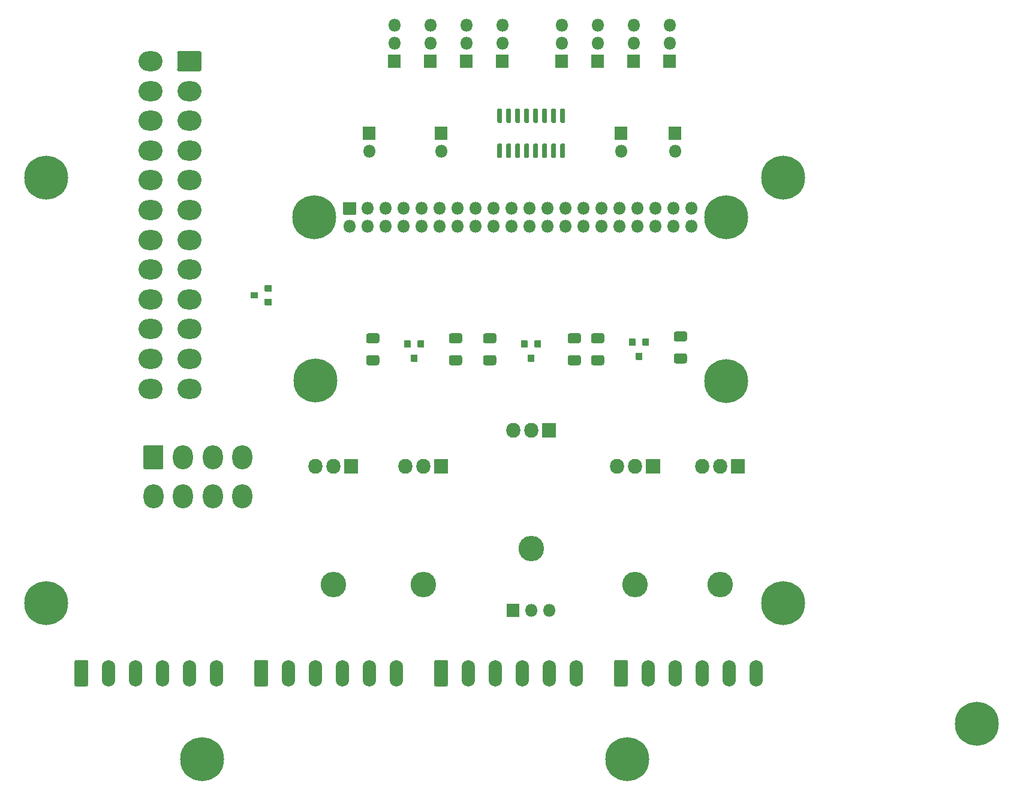
<source format=gbr>
G04 #@! TF.GenerationSoftware,KiCad,Pcbnew,5.1.8*
G04 #@! TF.CreationDate,2021-01-05T23:40:21+00:00*
G04 #@! TF.ProjectId,TheSun2,54686553-756e-4322-9e6b-696361645f70,1.0.8*
G04 #@! TF.SameCoordinates,Original*
G04 #@! TF.FileFunction,Soldermask,Top*
G04 #@! TF.FilePolarity,Negative*
%FSLAX46Y46*%
G04 Gerber Fmt 4.6, Leading zero omitted, Abs format (unit mm)*
G04 Created by KiCad (PCBNEW 5.1.8) date 2021-01-05 23:40:21*
%MOMM*%
%LPD*%
G01*
G04 APERTURE LIST*
%ADD10C,6.200000*%
%ADD11O,3.402000X2.802000*%
%ADD12O,2.802000X3.402000*%
%ADD13O,1.902000X3.702000*%
%ADD14O,1.802000X1.802000*%
%ADD15O,2.007000X2.102000*%
%ADD16O,3.602000X3.602000*%
%ADD17C,0.100000*%
G04 APERTURE END LIST*
D10*
X252000000Y-50000000D03*
X252000000Y-110000000D03*
X148000000Y-110000000D03*
X148000000Y-50000000D03*
X230000000Y-132000000D03*
X170000000Y-132000000D03*
X279400000Y-127000000D03*
D11*
X162680000Y-79760000D03*
X162680000Y-75560000D03*
X162680000Y-71360000D03*
X162680000Y-67160000D03*
X162680000Y-62960000D03*
X162680000Y-58760000D03*
X162680000Y-54560000D03*
X162680000Y-50360000D03*
X162680000Y-46160000D03*
X162680000Y-41960000D03*
X162680000Y-37760000D03*
X162680000Y-33560000D03*
X168180000Y-79760000D03*
X168180000Y-75560000D03*
X168180000Y-71360000D03*
X168180000Y-67160000D03*
X168180000Y-62960000D03*
X168180000Y-58760000D03*
X168180000Y-54560000D03*
X168180000Y-50360000D03*
X168180000Y-46160000D03*
X168180000Y-41960000D03*
X168180000Y-37760000D03*
G36*
G01*
X166738445Y-32159000D02*
X169621555Y-32159000D01*
G75*
G02*
X169881000Y-32418445I0J-259445D01*
G01*
X169881000Y-34701555D01*
G75*
G02*
X169621555Y-34961000I-259445J0D01*
G01*
X166738445Y-34961000D01*
G75*
G02*
X166479000Y-34701555I0J259445D01*
G01*
X166479000Y-32418445D01*
G75*
G02*
X166738445Y-32159000I259445J0D01*
G01*
G37*
G36*
G01*
X199530000Y-74953000D02*
X200330000Y-74953000D01*
G75*
G02*
X200381000Y-75004000I0J-51000D01*
G01*
X200381000Y-75904000D01*
G75*
G02*
X200330000Y-75955000I-51000J0D01*
G01*
X199530000Y-75955000D01*
G75*
G02*
X199479000Y-75904000I0J51000D01*
G01*
X199479000Y-75004000D01*
G75*
G02*
X199530000Y-74953000I51000J0D01*
G01*
G37*
G36*
G01*
X198580000Y-72953000D02*
X199380000Y-72953000D01*
G75*
G02*
X199431000Y-73004000I0J-51000D01*
G01*
X199431000Y-73904000D01*
G75*
G02*
X199380000Y-73955000I-51000J0D01*
G01*
X198580000Y-73955000D01*
G75*
G02*
X198529000Y-73904000I0J51000D01*
G01*
X198529000Y-73004000D01*
G75*
G02*
X198580000Y-72953000I51000J0D01*
G01*
G37*
G36*
G01*
X200480000Y-72953000D02*
X201280000Y-72953000D01*
G75*
G02*
X201331000Y-73004000I0J-51000D01*
G01*
X201331000Y-73904000D01*
G75*
G02*
X201280000Y-73955000I-51000J0D01*
G01*
X200480000Y-73955000D01*
G75*
G02*
X200429000Y-73904000I0J51000D01*
G01*
X200429000Y-73004000D01*
G75*
G02*
X200480000Y-72953000I51000J0D01*
G01*
G37*
G36*
G01*
X193431615Y-75049000D02*
X194744385Y-75049000D01*
G75*
G02*
X195014000Y-75318615I0J-269615D01*
G01*
X195014000Y-76181385D01*
G75*
G02*
X194744385Y-76451000I-269615J0D01*
G01*
X193431615Y-76451000D01*
G75*
G02*
X193162000Y-76181385I0J269615D01*
G01*
X193162000Y-75318615D01*
G75*
G02*
X193431615Y-75049000I269615J0D01*
G01*
G37*
G36*
G01*
X193431615Y-71949000D02*
X194744385Y-71949000D01*
G75*
G02*
X195014000Y-72218615I0J-269615D01*
G01*
X195014000Y-73081385D01*
G75*
G02*
X194744385Y-73351000I-269615J0D01*
G01*
X193431615Y-73351000D01*
G75*
G02*
X193162000Y-73081385I0J269615D01*
G01*
X193162000Y-72218615D01*
G75*
G02*
X193431615Y-71949000I269615J0D01*
G01*
G37*
G36*
G01*
X206428385Y-73351000D02*
X205115615Y-73351000D01*
G75*
G02*
X204846000Y-73081385I0J269615D01*
G01*
X204846000Y-72218615D01*
G75*
G02*
X205115615Y-71949000I269615J0D01*
G01*
X206428385Y-71949000D01*
G75*
G02*
X206698000Y-72218615I0J-269615D01*
G01*
X206698000Y-73081385D01*
G75*
G02*
X206428385Y-73351000I-269615J0D01*
G01*
G37*
G36*
G01*
X206428385Y-76451000D02*
X205115615Y-76451000D01*
G75*
G02*
X204846000Y-76181385I0J269615D01*
G01*
X204846000Y-75318615D01*
G75*
G02*
X205115615Y-75049000I269615J0D01*
G01*
X206428385Y-75049000D01*
G75*
G02*
X206698000Y-75318615I0J-269615D01*
G01*
X206698000Y-76181385D01*
G75*
G02*
X206428385Y-76451000I-269615J0D01*
G01*
G37*
G36*
G01*
X161699000Y-90881555D02*
X161699000Y-87998445D01*
G75*
G02*
X161958445Y-87739000I259445J0D01*
G01*
X164241555Y-87739000D01*
G75*
G02*
X164501000Y-87998445I0J-259445D01*
G01*
X164501000Y-90881555D01*
G75*
G02*
X164241555Y-91141000I-259445J0D01*
G01*
X161958445Y-91141000D01*
G75*
G02*
X161699000Y-90881555I0J259445D01*
G01*
G37*
D12*
X167300000Y-89440000D03*
X171500000Y-89440000D03*
X175700000Y-89440000D03*
X163100000Y-94940000D03*
X167300000Y-94940000D03*
X171500000Y-94940000D03*
X175700000Y-94940000D03*
G36*
G01*
X220709500Y-45169000D02*
X221060500Y-45169000D01*
G75*
G02*
X221236000Y-45344500I0J-175500D01*
G01*
X221236000Y-47045500D01*
G75*
G02*
X221060500Y-47221000I-175500J0D01*
G01*
X220709500Y-47221000D01*
G75*
G02*
X220534000Y-47045500I0J175500D01*
G01*
X220534000Y-45344500D01*
G75*
G02*
X220709500Y-45169000I175500J0D01*
G01*
G37*
G36*
G01*
X219439500Y-45169000D02*
X219790500Y-45169000D01*
G75*
G02*
X219966000Y-45344500I0J-175500D01*
G01*
X219966000Y-47045500D01*
G75*
G02*
X219790500Y-47221000I-175500J0D01*
G01*
X219439500Y-47221000D01*
G75*
G02*
X219264000Y-47045500I0J175500D01*
G01*
X219264000Y-45344500D01*
G75*
G02*
X219439500Y-45169000I175500J0D01*
G01*
G37*
G36*
G01*
X218169500Y-45169000D02*
X218520500Y-45169000D01*
G75*
G02*
X218696000Y-45344500I0J-175500D01*
G01*
X218696000Y-47045500D01*
G75*
G02*
X218520500Y-47221000I-175500J0D01*
G01*
X218169500Y-47221000D01*
G75*
G02*
X217994000Y-47045500I0J175500D01*
G01*
X217994000Y-45344500D01*
G75*
G02*
X218169500Y-45169000I175500J0D01*
G01*
G37*
G36*
G01*
X216899500Y-45169000D02*
X217250500Y-45169000D01*
G75*
G02*
X217426000Y-45344500I0J-175500D01*
G01*
X217426000Y-47045500D01*
G75*
G02*
X217250500Y-47221000I-175500J0D01*
G01*
X216899500Y-47221000D01*
G75*
G02*
X216724000Y-47045500I0J175500D01*
G01*
X216724000Y-45344500D01*
G75*
G02*
X216899500Y-45169000I175500J0D01*
G01*
G37*
G36*
G01*
X215629500Y-45169000D02*
X215980500Y-45169000D01*
G75*
G02*
X216156000Y-45344500I0J-175500D01*
G01*
X216156000Y-47045500D01*
G75*
G02*
X215980500Y-47221000I-175500J0D01*
G01*
X215629500Y-47221000D01*
G75*
G02*
X215454000Y-47045500I0J175500D01*
G01*
X215454000Y-45344500D01*
G75*
G02*
X215629500Y-45169000I175500J0D01*
G01*
G37*
G36*
G01*
X214359500Y-45169000D02*
X214710500Y-45169000D01*
G75*
G02*
X214886000Y-45344500I0J-175500D01*
G01*
X214886000Y-47045500D01*
G75*
G02*
X214710500Y-47221000I-175500J0D01*
G01*
X214359500Y-47221000D01*
G75*
G02*
X214184000Y-47045500I0J175500D01*
G01*
X214184000Y-45344500D01*
G75*
G02*
X214359500Y-45169000I175500J0D01*
G01*
G37*
G36*
G01*
X213089500Y-45169000D02*
X213440500Y-45169000D01*
G75*
G02*
X213616000Y-45344500I0J-175500D01*
G01*
X213616000Y-47045500D01*
G75*
G02*
X213440500Y-47221000I-175500J0D01*
G01*
X213089500Y-47221000D01*
G75*
G02*
X212914000Y-47045500I0J175500D01*
G01*
X212914000Y-45344500D01*
G75*
G02*
X213089500Y-45169000I175500J0D01*
G01*
G37*
G36*
G01*
X211819500Y-45169000D02*
X212170500Y-45169000D01*
G75*
G02*
X212346000Y-45344500I0J-175500D01*
G01*
X212346000Y-47045500D01*
G75*
G02*
X212170500Y-47221000I-175500J0D01*
G01*
X211819500Y-47221000D01*
G75*
G02*
X211644000Y-47045500I0J175500D01*
G01*
X211644000Y-45344500D01*
G75*
G02*
X211819500Y-45169000I175500J0D01*
G01*
G37*
G36*
G01*
X211819500Y-40219000D02*
X212170500Y-40219000D01*
G75*
G02*
X212346000Y-40394500I0J-175500D01*
G01*
X212346000Y-42095500D01*
G75*
G02*
X212170500Y-42271000I-175500J0D01*
G01*
X211819500Y-42271000D01*
G75*
G02*
X211644000Y-42095500I0J175500D01*
G01*
X211644000Y-40394500D01*
G75*
G02*
X211819500Y-40219000I175500J0D01*
G01*
G37*
G36*
G01*
X213089500Y-40219000D02*
X213440500Y-40219000D01*
G75*
G02*
X213616000Y-40394500I0J-175500D01*
G01*
X213616000Y-42095500D01*
G75*
G02*
X213440500Y-42271000I-175500J0D01*
G01*
X213089500Y-42271000D01*
G75*
G02*
X212914000Y-42095500I0J175500D01*
G01*
X212914000Y-40394500D01*
G75*
G02*
X213089500Y-40219000I175500J0D01*
G01*
G37*
G36*
G01*
X214359500Y-40219000D02*
X214710500Y-40219000D01*
G75*
G02*
X214886000Y-40394500I0J-175500D01*
G01*
X214886000Y-42095500D01*
G75*
G02*
X214710500Y-42271000I-175500J0D01*
G01*
X214359500Y-42271000D01*
G75*
G02*
X214184000Y-42095500I0J175500D01*
G01*
X214184000Y-40394500D01*
G75*
G02*
X214359500Y-40219000I175500J0D01*
G01*
G37*
G36*
G01*
X215629500Y-40219000D02*
X215980500Y-40219000D01*
G75*
G02*
X216156000Y-40394500I0J-175500D01*
G01*
X216156000Y-42095500D01*
G75*
G02*
X215980500Y-42271000I-175500J0D01*
G01*
X215629500Y-42271000D01*
G75*
G02*
X215454000Y-42095500I0J175500D01*
G01*
X215454000Y-40394500D01*
G75*
G02*
X215629500Y-40219000I175500J0D01*
G01*
G37*
G36*
G01*
X216899500Y-40219000D02*
X217250500Y-40219000D01*
G75*
G02*
X217426000Y-40394500I0J-175500D01*
G01*
X217426000Y-42095500D01*
G75*
G02*
X217250500Y-42271000I-175500J0D01*
G01*
X216899500Y-42271000D01*
G75*
G02*
X216724000Y-42095500I0J175500D01*
G01*
X216724000Y-40394500D01*
G75*
G02*
X216899500Y-40219000I175500J0D01*
G01*
G37*
G36*
G01*
X218169500Y-40219000D02*
X218520500Y-40219000D01*
G75*
G02*
X218696000Y-40394500I0J-175500D01*
G01*
X218696000Y-42095500D01*
G75*
G02*
X218520500Y-42271000I-175500J0D01*
G01*
X218169500Y-42271000D01*
G75*
G02*
X217994000Y-42095500I0J175500D01*
G01*
X217994000Y-40394500D01*
G75*
G02*
X218169500Y-40219000I175500J0D01*
G01*
G37*
G36*
G01*
X219439500Y-40219000D02*
X219790500Y-40219000D01*
G75*
G02*
X219966000Y-40394500I0J-175500D01*
G01*
X219966000Y-42095500D01*
G75*
G02*
X219790500Y-42271000I-175500J0D01*
G01*
X219439500Y-42271000D01*
G75*
G02*
X219264000Y-42095500I0J175500D01*
G01*
X219264000Y-40394500D01*
G75*
G02*
X219439500Y-40219000I175500J0D01*
G01*
G37*
G36*
G01*
X220709500Y-40219000D02*
X221060500Y-40219000D01*
G75*
G02*
X221236000Y-40394500I0J-175500D01*
G01*
X221236000Y-42095500D01*
G75*
G02*
X221060500Y-42271000I-175500J0D01*
G01*
X220709500Y-42271000D01*
G75*
G02*
X220534000Y-42095500I0J175500D01*
G01*
X220534000Y-40394500D01*
G75*
G02*
X220709500Y-40219000I175500J0D01*
G01*
G37*
G36*
G01*
X223192385Y-73351000D02*
X221879615Y-73351000D01*
G75*
G02*
X221610000Y-73081385I0J269615D01*
G01*
X221610000Y-72218615D01*
G75*
G02*
X221879615Y-71949000I269615J0D01*
G01*
X223192385Y-71949000D01*
G75*
G02*
X223462000Y-72218615I0J-269615D01*
G01*
X223462000Y-73081385D01*
G75*
G02*
X223192385Y-73351000I-269615J0D01*
G01*
G37*
G36*
G01*
X223192385Y-76451000D02*
X221879615Y-76451000D01*
G75*
G02*
X221610000Y-76181385I0J269615D01*
G01*
X221610000Y-75318615D01*
G75*
G02*
X221879615Y-75049000I269615J0D01*
G01*
X223192385Y-75049000D01*
G75*
G02*
X223462000Y-75318615I0J-269615D01*
G01*
X223462000Y-76181385D01*
G75*
G02*
X223192385Y-76451000I-269615J0D01*
G01*
G37*
G36*
G01*
X238178385Y-73097000D02*
X236865615Y-73097000D01*
G75*
G02*
X236596000Y-72827385I0J269615D01*
G01*
X236596000Y-71964615D01*
G75*
G02*
X236865615Y-71695000I269615J0D01*
G01*
X238178385Y-71695000D01*
G75*
G02*
X238448000Y-71964615I0J-269615D01*
G01*
X238448000Y-72827385D01*
G75*
G02*
X238178385Y-73097000I-269615J0D01*
G01*
G37*
G36*
G01*
X238178385Y-76197000D02*
X236865615Y-76197000D01*
G75*
G02*
X236596000Y-75927385I0J269615D01*
G01*
X236596000Y-75064615D01*
G75*
G02*
X236865615Y-74795000I269615J0D01*
G01*
X238178385Y-74795000D01*
G75*
G02*
X238448000Y-75064615I0J-269615D01*
G01*
X238448000Y-75927385D01*
G75*
G02*
X238178385Y-76197000I-269615J0D01*
G01*
G37*
G36*
G01*
X209941615Y-75049000D02*
X211254385Y-75049000D01*
G75*
G02*
X211524000Y-75318615I0J-269615D01*
G01*
X211524000Y-76181385D01*
G75*
G02*
X211254385Y-76451000I-269615J0D01*
G01*
X209941615Y-76451000D01*
G75*
G02*
X209672000Y-76181385I0J269615D01*
G01*
X209672000Y-75318615D01*
G75*
G02*
X209941615Y-75049000I269615J0D01*
G01*
G37*
G36*
G01*
X209941615Y-71949000D02*
X211254385Y-71949000D01*
G75*
G02*
X211524000Y-72218615I0J-269615D01*
G01*
X211524000Y-73081385D01*
G75*
G02*
X211254385Y-73351000I-269615J0D01*
G01*
X209941615Y-73351000D01*
G75*
G02*
X209672000Y-73081385I0J269615D01*
G01*
X209672000Y-72218615D01*
G75*
G02*
X209941615Y-71949000I269615J0D01*
G01*
G37*
G36*
G01*
X225181615Y-75049000D02*
X226494385Y-75049000D01*
G75*
G02*
X226764000Y-75318615I0J-269615D01*
G01*
X226764000Y-76181385D01*
G75*
G02*
X226494385Y-76451000I-269615J0D01*
G01*
X225181615Y-76451000D01*
G75*
G02*
X224912000Y-76181385I0J269615D01*
G01*
X224912000Y-75318615D01*
G75*
G02*
X225181615Y-75049000I269615J0D01*
G01*
G37*
G36*
G01*
X225181615Y-71949000D02*
X226494385Y-71949000D01*
G75*
G02*
X226764000Y-72218615I0J-269615D01*
G01*
X226764000Y-73081385D01*
G75*
G02*
X226494385Y-73351000I-269615J0D01*
G01*
X225181615Y-73351000D01*
G75*
G02*
X224912000Y-73081385I0J269615D01*
G01*
X224912000Y-72218615D01*
G75*
G02*
X225181615Y-71949000I269615J0D01*
G01*
G37*
G36*
G01*
X177841000Y-66180000D02*
X177841000Y-66980000D01*
G75*
G02*
X177790000Y-67031000I-51000J0D01*
G01*
X176890000Y-67031000D01*
G75*
G02*
X176839000Y-66980000I0J51000D01*
G01*
X176839000Y-66180000D01*
G75*
G02*
X176890000Y-66129000I51000J0D01*
G01*
X177790000Y-66129000D01*
G75*
G02*
X177841000Y-66180000I0J-51000D01*
G01*
G37*
G36*
G01*
X179841000Y-65230000D02*
X179841000Y-66030000D01*
G75*
G02*
X179790000Y-66081000I-51000J0D01*
G01*
X178890000Y-66081000D01*
G75*
G02*
X178839000Y-66030000I0J51000D01*
G01*
X178839000Y-65230000D01*
G75*
G02*
X178890000Y-65179000I51000J0D01*
G01*
X179790000Y-65179000D01*
G75*
G02*
X179841000Y-65230000I0J-51000D01*
G01*
G37*
G36*
G01*
X179841000Y-67130000D02*
X179841000Y-67930000D01*
G75*
G02*
X179790000Y-67981000I-51000J0D01*
G01*
X178890000Y-67981000D01*
G75*
G02*
X178839000Y-67930000I0J51000D01*
G01*
X178839000Y-67130000D01*
G75*
G02*
X178890000Y-67079000I51000J0D01*
G01*
X179790000Y-67079000D01*
G75*
G02*
X179841000Y-67130000I0J-51000D01*
G01*
G37*
D13*
X171990000Y-119920000D03*
X168180000Y-119920000D03*
X164370000Y-119920000D03*
X160560000Y-119920000D03*
X156750000Y-119920000D03*
G36*
G01*
X151989000Y-121506834D02*
X151989000Y-118333166D01*
G75*
G02*
X152253166Y-118069000I264166J0D01*
G01*
X153626834Y-118069000D01*
G75*
G02*
X153891000Y-118333166I0J-264166D01*
G01*
X153891000Y-121506834D01*
G75*
G02*
X153626834Y-121771000I-264166J0D01*
G01*
X152253166Y-121771000D01*
G75*
G02*
X151989000Y-121506834I0J264166D01*
G01*
G37*
X197390000Y-119920000D03*
X193580000Y-119920000D03*
X189770000Y-119920000D03*
X185960000Y-119920000D03*
X182150000Y-119920000D03*
G36*
G01*
X177389000Y-121506834D02*
X177389000Y-118333166D01*
G75*
G02*
X177653166Y-118069000I264166J0D01*
G01*
X179026834Y-118069000D01*
G75*
G02*
X179291000Y-118333166I0J-264166D01*
G01*
X179291000Y-121506834D01*
G75*
G02*
X179026834Y-121771000I-264166J0D01*
G01*
X177653166Y-121771000D01*
G75*
G02*
X177389000Y-121506834I0J264166D01*
G01*
G37*
X248190000Y-119920000D03*
X244380000Y-119920000D03*
X240570000Y-119920000D03*
X236760000Y-119920000D03*
X232950000Y-119920000D03*
G36*
G01*
X228189000Y-121506834D02*
X228189000Y-118333166D01*
G75*
G02*
X228453166Y-118069000I264166J0D01*
G01*
X229826834Y-118069000D01*
G75*
G02*
X230091000Y-118333166I0J-264166D01*
G01*
X230091000Y-121506834D01*
G75*
G02*
X229826834Y-121771000I-264166J0D01*
G01*
X228453166Y-121771000D01*
G75*
G02*
X228189000Y-121506834I0J264166D01*
G01*
G37*
X222790000Y-119920000D03*
X218980000Y-119920000D03*
X215170000Y-119920000D03*
X211360000Y-119920000D03*
X207550000Y-119920000D03*
G36*
G01*
X202789000Y-121506834D02*
X202789000Y-118333166D01*
G75*
G02*
X203053166Y-118069000I264166J0D01*
G01*
X204426834Y-118069000D01*
G75*
G02*
X204691000Y-118333166I0J-264166D01*
G01*
X204691000Y-121506834D01*
G75*
G02*
X204426834Y-121771000I-264166J0D01*
G01*
X203053166Y-121771000D01*
G75*
G02*
X202789000Y-121506834I0J264166D01*
G01*
G37*
G36*
G01*
X191661400Y-55225500D02*
X189961400Y-55225500D01*
G75*
G02*
X189910400Y-55174500I0J51000D01*
G01*
X189910400Y-53474500D01*
G75*
G02*
X189961400Y-53423500I51000J0D01*
G01*
X191661400Y-53423500D01*
G75*
G02*
X191712400Y-53474500I0J-51000D01*
G01*
X191712400Y-55174500D01*
G75*
G02*
X191661400Y-55225500I-51000J0D01*
G01*
G37*
D14*
X190811400Y-56864500D03*
X193351400Y-54324500D03*
X193351400Y-56864500D03*
X195891400Y-54324500D03*
X195891400Y-56864500D03*
X198431400Y-54324500D03*
X198431400Y-56864500D03*
X200971400Y-54324500D03*
X200971400Y-56864500D03*
X203511400Y-54324500D03*
X203511400Y-56864500D03*
X206051400Y-54324500D03*
X206051400Y-56864500D03*
X208591400Y-54324500D03*
X208591400Y-56864500D03*
X211131400Y-54324500D03*
X211131400Y-56864500D03*
X213671400Y-54324500D03*
X213671400Y-56864500D03*
X216211400Y-54324500D03*
X216211400Y-56864500D03*
X218751400Y-54324500D03*
X218751400Y-56864500D03*
X221291400Y-54324500D03*
X221291400Y-56864500D03*
X223831400Y-54324500D03*
X223831400Y-56864500D03*
X226371400Y-54324500D03*
X226371400Y-56864500D03*
X228911400Y-54324500D03*
X228911400Y-56864500D03*
X231451400Y-54324500D03*
X231451400Y-56864500D03*
X233991400Y-54324500D03*
X233991400Y-56864500D03*
X236531400Y-54324500D03*
X236531400Y-56864500D03*
X239071400Y-54324500D03*
X239071400Y-56864500D03*
D15*
X185960000Y-90710000D03*
X188500000Y-90710000D03*
G36*
G01*
X192043500Y-89710000D02*
X192043500Y-91710000D01*
G75*
G02*
X191992500Y-91761000I-51000J0D01*
G01*
X190087500Y-91761000D01*
G75*
G02*
X190036500Y-91710000I0J51000D01*
G01*
X190036500Y-89710000D01*
G75*
G02*
X190087500Y-89659000I51000J0D01*
G01*
X191992500Y-89659000D01*
G75*
G02*
X192043500Y-89710000I0J-51000D01*
G01*
G37*
D16*
X188500000Y-107370000D03*
D15*
X240570000Y-90710000D03*
X243110000Y-90710000D03*
G36*
G01*
X246653500Y-89710000D02*
X246653500Y-91710000D01*
G75*
G02*
X246602500Y-91761000I-51000J0D01*
G01*
X244697500Y-91761000D01*
G75*
G02*
X244646500Y-91710000I0J51000D01*
G01*
X244646500Y-89710000D01*
G75*
G02*
X244697500Y-89659000I51000J0D01*
G01*
X246602500Y-89659000D01*
G75*
G02*
X246653500Y-89710000I0J-51000D01*
G01*
G37*
D16*
X243110000Y-107370000D03*
D15*
X213900000Y-85630000D03*
X216440000Y-85630000D03*
G36*
G01*
X219983500Y-84630000D02*
X219983500Y-86630000D01*
G75*
G02*
X219932500Y-86681000I-51000J0D01*
G01*
X218027500Y-86681000D01*
G75*
G02*
X217976500Y-86630000I0J51000D01*
G01*
X217976500Y-84630000D01*
G75*
G02*
X218027500Y-84579000I51000J0D01*
G01*
X219932500Y-84579000D01*
G75*
G02*
X219983500Y-84630000I0J-51000D01*
G01*
G37*
D16*
X216440000Y-102290000D03*
D15*
X198660000Y-90710000D03*
X201200000Y-90710000D03*
G36*
G01*
X204743500Y-89710000D02*
X204743500Y-91710000D01*
G75*
G02*
X204692500Y-91761000I-51000J0D01*
G01*
X202787500Y-91761000D01*
G75*
G02*
X202736500Y-91710000I0J51000D01*
G01*
X202736500Y-89710000D01*
G75*
G02*
X202787500Y-89659000I51000J0D01*
G01*
X204692500Y-89659000D01*
G75*
G02*
X204743500Y-89710000I0J-51000D01*
G01*
G37*
D16*
X201200000Y-107370000D03*
D15*
X228570000Y-90710000D03*
X231110000Y-90710000D03*
G36*
G01*
X234653500Y-89710000D02*
X234653500Y-91710000D01*
G75*
G02*
X234602500Y-91761000I-51000J0D01*
G01*
X232697500Y-91761000D01*
G75*
G02*
X232646500Y-91710000I0J51000D01*
G01*
X232646500Y-89710000D01*
G75*
G02*
X232697500Y-89659000I51000J0D01*
G01*
X234602500Y-89659000D01*
G75*
G02*
X234653500Y-89710000I0J-51000D01*
G01*
G37*
D16*
X231110000Y-107370000D03*
D14*
X203740000Y-46260000D03*
G36*
G01*
X202839000Y-44570000D02*
X202839000Y-42870000D01*
G75*
G02*
X202890000Y-42819000I51000J0D01*
G01*
X204590000Y-42819000D01*
G75*
G02*
X204641000Y-42870000I0J-51000D01*
G01*
X204641000Y-44570000D01*
G75*
G02*
X204590000Y-44621000I-51000J0D01*
G01*
X202890000Y-44621000D01*
G75*
G02*
X202839000Y-44570000I0J51000D01*
G01*
G37*
X229140000Y-46260000D03*
G36*
G01*
X228239000Y-44570000D02*
X228239000Y-42870000D01*
G75*
G02*
X228290000Y-42819000I51000J0D01*
G01*
X229990000Y-42819000D01*
G75*
G02*
X230041000Y-42870000I0J-51000D01*
G01*
X230041000Y-44570000D01*
G75*
G02*
X229990000Y-44621000I-51000J0D01*
G01*
X228290000Y-44621000D01*
G75*
G02*
X228239000Y-44570000I0J51000D01*
G01*
G37*
X236760000Y-46260000D03*
G36*
G01*
X235859000Y-44570000D02*
X235859000Y-42870000D01*
G75*
G02*
X235910000Y-42819000I51000J0D01*
G01*
X237610000Y-42819000D01*
G75*
G02*
X237661000Y-42870000I0J-51000D01*
G01*
X237661000Y-44570000D01*
G75*
G02*
X237610000Y-44621000I-51000J0D01*
G01*
X235910000Y-44621000D01*
G75*
G02*
X235859000Y-44570000I0J51000D01*
G01*
G37*
X193580000Y-46260000D03*
G36*
G01*
X192679000Y-44570000D02*
X192679000Y-42870000D01*
G75*
G02*
X192730000Y-42819000I51000J0D01*
G01*
X194430000Y-42819000D01*
G75*
G02*
X194481000Y-42870000I0J-51000D01*
G01*
X194481000Y-44570000D01*
G75*
G02*
X194430000Y-44621000I-51000J0D01*
G01*
X192730000Y-44621000D01*
G75*
G02*
X192679000Y-44570000I0J51000D01*
G01*
G37*
X218980000Y-111030000D03*
X216440000Y-111030000D03*
G36*
G01*
X214750000Y-111931000D02*
X213050000Y-111931000D01*
G75*
G02*
X212999000Y-111880000I0J51000D01*
G01*
X212999000Y-110180000D01*
G75*
G02*
X213050000Y-110129000I51000J0D01*
G01*
X214750000Y-110129000D01*
G75*
G02*
X214801000Y-110180000I0J-51000D01*
G01*
X214801000Y-111880000D01*
G75*
G02*
X214750000Y-111931000I-51000J0D01*
G01*
G37*
X197136000Y-28480000D03*
X197136000Y-31020000D03*
G36*
G01*
X198037000Y-32710000D02*
X198037000Y-34410000D01*
G75*
G02*
X197986000Y-34461000I-51000J0D01*
G01*
X196286000Y-34461000D01*
G75*
G02*
X196235000Y-34410000I0J51000D01*
G01*
X196235000Y-32710000D01*
G75*
G02*
X196286000Y-32659000I51000J0D01*
G01*
X197986000Y-32659000D01*
G75*
G02*
X198037000Y-32710000I0J-51000D01*
G01*
G37*
X202216000Y-28480000D03*
X202216000Y-31020000D03*
G36*
G01*
X203117000Y-32710000D02*
X203117000Y-34410000D01*
G75*
G02*
X203066000Y-34461000I-51000J0D01*
G01*
X201366000Y-34461000D01*
G75*
G02*
X201315000Y-34410000I0J51000D01*
G01*
X201315000Y-32710000D01*
G75*
G02*
X201366000Y-32659000I51000J0D01*
G01*
X203066000Y-32659000D01*
G75*
G02*
X203117000Y-32710000I0J-51000D01*
G01*
G37*
X207296000Y-28480000D03*
X207296000Y-31020000D03*
G36*
G01*
X208197000Y-32710000D02*
X208197000Y-34410000D01*
G75*
G02*
X208146000Y-34461000I-51000J0D01*
G01*
X206446000Y-34461000D01*
G75*
G02*
X206395000Y-34410000I0J51000D01*
G01*
X206395000Y-32710000D01*
G75*
G02*
X206446000Y-32659000I51000J0D01*
G01*
X208146000Y-32659000D01*
G75*
G02*
X208197000Y-32710000I0J-51000D01*
G01*
G37*
X212376000Y-28480000D03*
X212376000Y-31020000D03*
G36*
G01*
X213277000Y-32710000D02*
X213277000Y-34410000D01*
G75*
G02*
X213226000Y-34461000I-51000J0D01*
G01*
X211526000Y-34461000D01*
G75*
G02*
X211475000Y-34410000I0J51000D01*
G01*
X211475000Y-32710000D01*
G75*
G02*
X211526000Y-32659000I51000J0D01*
G01*
X213226000Y-32659000D01*
G75*
G02*
X213277000Y-32710000I0J-51000D01*
G01*
G37*
X220758000Y-28480000D03*
X220758000Y-31020000D03*
G36*
G01*
X221659000Y-32710000D02*
X221659000Y-34410000D01*
G75*
G02*
X221608000Y-34461000I-51000J0D01*
G01*
X219908000Y-34461000D01*
G75*
G02*
X219857000Y-34410000I0J51000D01*
G01*
X219857000Y-32710000D01*
G75*
G02*
X219908000Y-32659000I51000J0D01*
G01*
X221608000Y-32659000D01*
G75*
G02*
X221659000Y-32710000I0J-51000D01*
G01*
G37*
X225838000Y-28480000D03*
X225838000Y-31020000D03*
G36*
G01*
X226739000Y-32710000D02*
X226739000Y-34410000D01*
G75*
G02*
X226688000Y-34461000I-51000J0D01*
G01*
X224988000Y-34461000D01*
G75*
G02*
X224937000Y-34410000I0J51000D01*
G01*
X224937000Y-32710000D01*
G75*
G02*
X224988000Y-32659000I51000J0D01*
G01*
X226688000Y-32659000D01*
G75*
G02*
X226739000Y-32710000I0J-51000D01*
G01*
G37*
X230918000Y-28480000D03*
X230918000Y-31020000D03*
G36*
G01*
X231819000Y-32710000D02*
X231819000Y-34410000D01*
G75*
G02*
X231768000Y-34461000I-51000J0D01*
G01*
X230068000Y-34461000D01*
G75*
G02*
X230017000Y-34410000I0J51000D01*
G01*
X230017000Y-32710000D01*
G75*
G02*
X230068000Y-32659000I51000J0D01*
G01*
X231768000Y-32659000D01*
G75*
G02*
X231819000Y-32710000I0J-51000D01*
G01*
G37*
X235998000Y-28480000D03*
X235998000Y-31020000D03*
G36*
G01*
X236899000Y-32710000D02*
X236899000Y-34410000D01*
G75*
G02*
X236848000Y-34461000I-51000J0D01*
G01*
X235148000Y-34461000D01*
G75*
G02*
X235097000Y-34410000I0J51000D01*
G01*
X235097000Y-32710000D01*
G75*
G02*
X235148000Y-32659000I51000J0D01*
G01*
X236848000Y-32659000D01*
G75*
G02*
X236899000Y-32710000I0J-51000D01*
G01*
G37*
G36*
G01*
X216040000Y-74953000D02*
X216840000Y-74953000D01*
G75*
G02*
X216891000Y-75004000I0J-51000D01*
G01*
X216891000Y-75904000D01*
G75*
G02*
X216840000Y-75955000I-51000J0D01*
G01*
X216040000Y-75955000D01*
G75*
G02*
X215989000Y-75904000I0J51000D01*
G01*
X215989000Y-75004000D01*
G75*
G02*
X216040000Y-74953000I51000J0D01*
G01*
G37*
G36*
G01*
X215090000Y-72953000D02*
X215890000Y-72953000D01*
G75*
G02*
X215941000Y-73004000I0J-51000D01*
G01*
X215941000Y-73904000D01*
G75*
G02*
X215890000Y-73955000I-51000J0D01*
G01*
X215090000Y-73955000D01*
G75*
G02*
X215039000Y-73904000I0J51000D01*
G01*
X215039000Y-73004000D01*
G75*
G02*
X215090000Y-72953000I51000J0D01*
G01*
G37*
G36*
G01*
X216990000Y-72953000D02*
X217790000Y-72953000D01*
G75*
G02*
X217841000Y-73004000I0J-51000D01*
G01*
X217841000Y-73904000D01*
G75*
G02*
X217790000Y-73955000I-51000J0D01*
G01*
X216990000Y-73955000D01*
G75*
G02*
X216939000Y-73904000I0J51000D01*
G01*
X216939000Y-73004000D01*
G75*
G02*
X216990000Y-72953000I51000J0D01*
G01*
G37*
G36*
G01*
X231280000Y-74699000D02*
X232080000Y-74699000D01*
G75*
G02*
X232131000Y-74750000I0J-51000D01*
G01*
X232131000Y-75650000D01*
G75*
G02*
X232080000Y-75701000I-51000J0D01*
G01*
X231280000Y-75701000D01*
G75*
G02*
X231229000Y-75650000I0J51000D01*
G01*
X231229000Y-74750000D01*
G75*
G02*
X231280000Y-74699000I51000J0D01*
G01*
G37*
G36*
G01*
X230330000Y-72699000D02*
X231130000Y-72699000D01*
G75*
G02*
X231181000Y-72750000I0J-51000D01*
G01*
X231181000Y-73650000D01*
G75*
G02*
X231130000Y-73701000I-51000J0D01*
G01*
X230330000Y-73701000D01*
G75*
G02*
X230279000Y-73650000I0J51000D01*
G01*
X230279000Y-72750000D01*
G75*
G02*
X230330000Y-72699000I51000J0D01*
G01*
G37*
G36*
G01*
X232230000Y-72699000D02*
X233030000Y-72699000D01*
G75*
G02*
X233081000Y-72750000I0J-51000D01*
G01*
X233081000Y-73650000D01*
G75*
G02*
X233030000Y-73701000I-51000J0D01*
G01*
X232230000Y-73701000D01*
G75*
G02*
X232179000Y-73650000I0J51000D01*
G01*
X232179000Y-72750000D01*
G75*
G02*
X232230000Y-72699000I51000J0D01*
G01*
G37*
D10*
X185866000Y-55580000D03*
X185966000Y-78580000D03*
X243966000Y-78680000D03*
X243966000Y-55580000D03*
D17*
G36*
X153892165Y-121505208D02*
G01*
X153893000Y-121506834D01*
X153893000Y-121590971D01*
X153892990Y-121591167D01*
X153889056Y-121631111D01*
X153888980Y-121631496D01*
X153879119Y-121664005D01*
X153878969Y-121664367D01*
X153862955Y-121694325D01*
X153862737Y-121694651D01*
X153841187Y-121720910D01*
X153840910Y-121721187D01*
X153814651Y-121742737D01*
X153814325Y-121742955D01*
X153784367Y-121758969D01*
X153784005Y-121759119D01*
X153751496Y-121768980D01*
X153751111Y-121769056D01*
X153711167Y-121772990D01*
X153710971Y-121773000D01*
X153626834Y-121773000D01*
X153625102Y-121772000D01*
X153625102Y-121770000D01*
X153626638Y-121769010D01*
X153677975Y-121763954D01*
X153727157Y-121749035D01*
X153772481Y-121724809D01*
X153812207Y-121692207D01*
X153844809Y-121652481D01*
X153869035Y-121607157D01*
X153883954Y-121557975D01*
X153889010Y-121506638D01*
X153890175Y-121505012D01*
X153892165Y-121505208D01*
G37*
G36*
X204692165Y-121505208D02*
G01*
X204693000Y-121506834D01*
X204693000Y-121590971D01*
X204692990Y-121591167D01*
X204689056Y-121631111D01*
X204688980Y-121631496D01*
X204679119Y-121664005D01*
X204678969Y-121664367D01*
X204662955Y-121694325D01*
X204662737Y-121694651D01*
X204641187Y-121720910D01*
X204640910Y-121721187D01*
X204614651Y-121742737D01*
X204614325Y-121742955D01*
X204584367Y-121758969D01*
X204584005Y-121759119D01*
X204551496Y-121768980D01*
X204551111Y-121769056D01*
X204511167Y-121772990D01*
X204510971Y-121773000D01*
X204426834Y-121773000D01*
X204425102Y-121772000D01*
X204425102Y-121770000D01*
X204426638Y-121769010D01*
X204477975Y-121763954D01*
X204527157Y-121749035D01*
X204572481Y-121724809D01*
X204612207Y-121692207D01*
X204644809Y-121652481D01*
X204669035Y-121607157D01*
X204683954Y-121557975D01*
X204689010Y-121506638D01*
X204690175Y-121505012D01*
X204692165Y-121505208D01*
G37*
G36*
X228190990Y-121506638D02*
G01*
X228196046Y-121557975D01*
X228210965Y-121607157D01*
X228235191Y-121652481D01*
X228267793Y-121692207D01*
X228307519Y-121724809D01*
X228352843Y-121749035D01*
X228402025Y-121763954D01*
X228453362Y-121769010D01*
X228454988Y-121770175D01*
X228454792Y-121772165D01*
X228453166Y-121773000D01*
X228369029Y-121773000D01*
X228368833Y-121772990D01*
X228328889Y-121769056D01*
X228328504Y-121768980D01*
X228295995Y-121759119D01*
X228295633Y-121758969D01*
X228265675Y-121742955D01*
X228265349Y-121742737D01*
X228239090Y-121721187D01*
X228238813Y-121720910D01*
X228217263Y-121694651D01*
X228217045Y-121694325D01*
X228201031Y-121664367D01*
X228200881Y-121664005D01*
X228191020Y-121631496D01*
X228190944Y-121631111D01*
X228187010Y-121591167D01*
X228187000Y-121590971D01*
X228187000Y-121506834D01*
X228188000Y-121505102D01*
X228190000Y-121505102D01*
X228190990Y-121506638D01*
G37*
G36*
X177390990Y-121506638D02*
G01*
X177396046Y-121557975D01*
X177410965Y-121607157D01*
X177435191Y-121652481D01*
X177467793Y-121692207D01*
X177507519Y-121724809D01*
X177552843Y-121749035D01*
X177602025Y-121763954D01*
X177653362Y-121769010D01*
X177654988Y-121770175D01*
X177654792Y-121772165D01*
X177653166Y-121773000D01*
X177569029Y-121773000D01*
X177568833Y-121772990D01*
X177528889Y-121769056D01*
X177528504Y-121768980D01*
X177495995Y-121759119D01*
X177495633Y-121758969D01*
X177465675Y-121742955D01*
X177465349Y-121742737D01*
X177439090Y-121721187D01*
X177438813Y-121720910D01*
X177417263Y-121694651D01*
X177417045Y-121694325D01*
X177401031Y-121664367D01*
X177400881Y-121664005D01*
X177391020Y-121631496D01*
X177390944Y-121631111D01*
X177387010Y-121591167D01*
X177387000Y-121590971D01*
X177387000Y-121506834D01*
X177388000Y-121505102D01*
X177390000Y-121505102D01*
X177390990Y-121506638D01*
G37*
G36*
X151990990Y-121506638D02*
G01*
X151996046Y-121557975D01*
X152010965Y-121607157D01*
X152035191Y-121652481D01*
X152067793Y-121692207D01*
X152107519Y-121724809D01*
X152152843Y-121749035D01*
X152202025Y-121763954D01*
X152253362Y-121769010D01*
X152254988Y-121770175D01*
X152254792Y-121772165D01*
X152253166Y-121773000D01*
X152169029Y-121773000D01*
X152168833Y-121772990D01*
X152128889Y-121769056D01*
X152128504Y-121768980D01*
X152095995Y-121759119D01*
X152095633Y-121758969D01*
X152065675Y-121742955D01*
X152065349Y-121742737D01*
X152039090Y-121721187D01*
X152038813Y-121720910D01*
X152017263Y-121694651D01*
X152017045Y-121694325D01*
X152001031Y-121664367D01*
X152000881Y-121664005D01*
X151991020Y-121631496D01*
X151990944Y-121631111D01*
X151987010Y-121591167D01*
X151987000Y-121590971D01*
X151987000Y-121506834D01*
X151988000Y-121505102D01*
X151990000Y-121505102D01*
X151990990Y-121506638D01*
G37*
G36*
X230092165Y-121505208D02*
G01*
X230093000Y-121506834D01*
X230093000Y-121590971D01*
X230092990Y-121591167D01*
X230089056Y-121631111D01*
X230088980Y-121631496D01*
X230079119Y-121664005D01*
X230078969Y-121664367D01*
X230062955Y-121694325D01*
X230062737Y-121694651D01*
X230041187Y-121720910D01*
X230040910Y-121721187D01*
X230014651Y-121742737D01*
X230014325Y-121742955D01*
X229984367Y-121758969D01*
X229984005Y-121759119D01*
X229951496Y-121768980D01*
X229951111Y-121769056D01*
X229911167Y-121772990D01*
X229910971Y-121773000D01*
X229826834Y-121773000D01*
X229825102Y-121772000D01*
X229825102Y-121770000D01*
X229826638Y-121769010D01*
X229877975Y-121763954D01*
X229927157Y-121749035D01*
X229972481Y-121724809D01*
X230012207Y-121692207D01*
X230044809Y-121652481D01*
X230069035Y-121607157D01*
X230083954Y-121557975D01*
X230089010Y-121506638D01*
X230090175Y-121505012D01*
X230092165Y-121505208D01*
G37*
G36*
X179292165Y-121505208D02*
G01*
X179293000Y-121506834D01*
X179293000Y-121590971D01*
X179292990Y-121591167D01*
X179289056Y-121631111D01*
X179288980Y-121631496D01*
X179279119Y-121664005D01*
X179278969Y-121664367D01*
X179262955Y-121694325D01*
X179262737Y-121694651D01*
X179241187Y-121720910D01*
X179240910Y-121721187D01*
X179214651Y-121742737D01*
X179214325Y-121742955D01*
X179184367Y-121758969D01*
X179184005Y-121759119D01*
X179151496Y-121768980D01*
X179151111Y-121769056D01*
X179111167Y-121772990D01*
X179110971Y-121773000D01*
X179026834Y-121773000D01*
X179025102Y-121772000D01*
X179025102Y-121770000D01*
X179026638Y-121769010D01*
X179077975Y-121763954D01*
X179127157Y-121749035D01*
X179172481Y-121724809D01*
X179212207Y-121692207D01*
X179244809Y-121652481D01*
X179269035Y-121607157D01*
X179283954Y-121557975D01*
X179289010Y-121506638D01*
X179290175Y-121505012D01*
X179292165Y-121505208D01*
G37*
G36*
X202790990Y-121506638D02*
G01*
X202796046Y-121557975D01*
X202810965Y-121607157D01*
X202835191Y-121652481D01*
X202867793Y-121692207D01*
X202907519Y-121724809D01*
X202952843Y-121749035D01*
X203002025Y-121763954D01*
X203053362Y-121769010D01*
X203054988Y-121770175D01*
X203054792Y-121772165D01*
X203053166Y-121773000D01*
X202969029Y-121773000D01*
X202968833Y-121772990D01*
X202928889Y-121769056D01*
X202928504Y-121768980D01*
X202895995Y-121759119D01*
X202895633Y-121758969D01*
X202865675Y-121742955D01*
X202865349Y-121742737D01*
X202839090Y-121721187D01*
X202838813Y-121720910D01*
X202817263Y-121694651D01*
X202817045Y-121694325D01*
X202801031Y-121664367D01*
X202800881Y-121664005D01*
X202791020Y-121631496D01*
X202790944Y-121631111D01*
X202787010Y-121591167D01*
X202787000Y-121590971D01*
X202787000Y-121506834D01*
X202788000Y-121505102D01*
X202790000Y-121505102D01*
X202790990Y-121506638D01*
G37*
G36*
X152254898Y-118068000D02*
G01*
X152254898Y-118070000D01*
X152253362Y-118070990D01*
X152202025Y-118076046D01*
X152152843Y-118090965D01*
X152107519Y-118115191D01*
X152067793Y-118147793D01*
X152035191Y-118187519D01*
X152010965Y-118232843D01*
X151996046Y-118282025D01*
X151990990Y-118333362D01*
X151989825Y-118334988D01*
X151987835Y-118334792D01*
X151987000Y-118333166D01*
X151987000Y-118249029D01*
X151987010Y-118248833D01*
X151990944Y-118208889D01*
X151991020Y-118208504D01*
X152000881Y-118175995D01*
X152001031Y-118175633D01*
X152017045Y-118145675D01*
X152017263Y-118145349D01*
X152038813Y-118119090D01*
X152039090Y-118118813D01*
X152065349Y-118097263D01*
X152065675Y-118097045D01*
X152095633Y-118081031D01*
X152095995Y-118080881D01*
X152128504Y-118071020D01*
X152128889Y-118070944D01*
X152168833Y-118067010D01*
X152169029Y-118067000D01*
X152253166Y-118067000D01*
X152254898Y-118068000D01*
G37*
G36*
X203054898Y-118068000D02*
G01*
X203054898Y-118070000D01*
X203053362Y-118070990D01*
X203002025Y-118076046D01*
X202952843Y-118090965D01*
X202907519Y-118115191D01*
X202867793Y-118147793D01*
X202835191Y-118187519D01*
X202810965Y-118232843D01*
X202796046Y-118282025D01*
X202790990Y-118333362D01*
X202789825Y-118334988D01*
X202787835Y-118334792D01*
X202787000Y-118333166D01*
X202787000Y-118249029D01*
X202787010Y-118248833D01*
X202790944Y-118208889D01*
X202791020Y-118208504D01*
X202800881Y-118175995D01*
X202801031Y-118175633D01*
X202817045Y-118145675D01*
X202817263Y-118145349D01*
X202838813Y-118119090D01*
X202839090Y-118118813D01*
X202865349Y-118097263D01*
X202865675Y-118097045D01*
X202895633Y-118081031D01*
X202895995Y-118080881D01*
X202928504Y-118071020D01*
X202928889Y-118070944D01*
X202968833Y-118067010D01*
X202969029Y-118067000D01*
X203053166Y-118067000D01*
X203054898Y-118068000D01*
G37*
G36*
X228454898Y-118068000D02*
G01*
X228454898Y-118070000D01*
X228453362Y-118070990D01*
X228402025Y-118076046D01*
X228352843Y-118090965D01*
X228307519Y-118115191D01*
X228267793Y-118147793D01*
X228235191Y-118187519D01*
X228210965Y-118232843D01*
X228196046Y-118282025D01*
X228190990Y-118333362D01*
X228189825Y-118334988D01*
X228187835Y-118334792D01*
X228187000Y-118333166D01*
X228187000Y-118249029D01*
X228187010Y-118248833D01*
X228190944Y-118208889D01*
X228191020Y-118208504D01*
X228200881Y-118175995D01*
X228201031Y-118175633D01*
X228217045Y-118145675D01*
X228217263Y-118145349D01*
X228238813Y-118119090D01*
X228239090Y-118118813D01*
X228265349Y-118097263D01*
X228265675Y-118097045D01*
X228295633Y-118081031D01*
X228295995Y-118080881D01*
X228328504Y-118071020D01*
X228328889Y-118070944D01*
X228368833Y-118067010D01*
X228369029Y-118067000D01*
X228453166Y-118067000D01*
X228454898Y-118068000D01*
G37*
G36*
X177654898Y-118068000D02*
G01*
X177654898Y-118070000D01*
X177653362Y-118070990D01*
X177602025Y-118076046D01*
X177552843Y-118090965D01*
X177507519Y-118115191D01*
X177467793Y-118147793D01*
X177435191Y-118187519D01*
X177410965Y-118232843D01*
X177396046Y-118282025D01*
X177390990Y-118333362D01*
X177389825Y-118334988D01*
X177387835Y-118334792D01*
X177387000Y-118333166D01*
X177387000Y-118249029D01*
X177387010Y-118248833D01*
X177390944Y-118208889D01*
X177391020Y-118208504D01*
X177400881Y-118175995D01*
X177401031Y-118175633D01*
X177417045Y-118145675D01*
X177417263Y-118145349D01*
X177438813Y-118119090D01*
X177439090Y-118118813D01*
X177465349Y-118097263D01*
X177465675Y-118097045D01*
X177495633Y-118081031D01*
X177495995Y-118080881D01*
X177528504Y-118071020D01*
X177528889Y-118070944D01*
X177568833Y-118067010D01*
X177569029Y-118067000D01*
X177653166Y-118067000D01*
X177654898Y-118068000D01*
G37*
G36*
X153711167Y-118067010D02*
G01*
X153751111Y-118070944D01*
X153751496Y-118071020D01*
X153784005Y-118080881D01*
X153784367Y-118081031D01*
X153814325Y-118097045D01*
X153814651Y-118097263D01*
X153840910Y-118118813D01*
X153841187Y-118119090D01*
X153862737Y-118145349D01*
X153862955Y-118145675D01*
X153878969Y-118175633D01*
X153879119Y-118175995D01*
X153888980Y-118208504D01*
X153889056Y-118208889D01*
X153892990Y-118248833D01*
X153893000Y-118249029D01*
X153893000Y-118333166D01*
X153892000Y-118334898D01*
X153890000Y-118334898D01*
X153889010Y-118333362D01*
X153883954Y-118282025D01*
X153869035Y-118232843D01*
X153844809Y-118187519D01*
X153812207Y-118147793D01*
X153772481Y-118115191D01*
X153727157Y-118090965D01*
X153677975Y-118076046D01*
X153626638Y-118070990D01*
X153625012Y-118069825D01*
X153625208Y-118067835D01*
X153626834Y-118067000D01*
X153710971Y-118067000D01*
X153711167Y-118067010D01*
G37*
G36*
X229911167Y-118067010D02*
G01*
X229951111Y-118070944D01*
X229951496Y-118071020D01*
X229984005Y-118080881D01*
X229984367Y-118081031D01*
X230014325Y-118097045D01*
X230014651Y-118097263D01*
X230040910Y-118118813D01*
X230041187Y-118119090D01*
X230062737Y-118145349D01*
X230062955Y-118145675D01*
X230078969Y-118175633D01*
X230079119Y-118175995D01*
X230088980Y-118208504D01*
X230089056Y-118208889D01*
X230092990Y-118248833D01*
X230093000Y-118249029D01*
X230093000Y-118333166D01*
X230092000Y-118334898D01*
X230090000Y-118334898D01*
X230089010Y-118333362D01*
X230083954Y-118282025D01*
X230069035Y-118232843D01*
X230044809Y-118187519D01*
X230012207Y-118147793D01*
X229972481Y-118115191D01*
X229927157Y-118090965D01*
X229877975Y-118076046D01*
X229826638Y-118070990D01*
X229825012Y-118069825D01*
X229825208Y-118067835D01*
X229826834Y-118067000D01*
X229910971Y-118067000D01*
X229911167Y-118067010D01*
G37*
G36*
X179111167Y-118067010D02*
G01*
X179151111Y-118070944D01*
X179151496Y-118071020D01*
X179184005Y-118080881D01*
X179184367Y-118081031D01*
X179214325Y-118097045D01*
X179214651Y-118097263D01*
X179240910Y-118118813D01*
X179241187Y-118119090D01*
X179262737Y-118145349D01*
X179262955Y-118145675D01*
X179278969Y-118175633D01*
X179279119Y-118175995D01*
X179288980Y-118208504D01*
X179289056Y-118208889D01*
X179292990Y-118248833D01*
X179293000Y-118249029D01*
X179293000Y-118333166D01*
X179292000Y-118334898D01*
X179290000Y-118334898D01*
X179289010Y-118333362D01*
X179283954Y-118282025D01*
X179269035Y-118232843D01*
X179244809Y-118187519D01*
X179212207Y-118147793D01*
X179172481Y-118115191D01*
X179127157Y-118090965D01*
X179077975Y-118076046D01*
X179026638Y-118070990D01*
X179025012Y-118069825D01*
X179025208Y-118067835D01*
X179026834Y-118067000D01*
X179110971Y-118067000D01*
X179111167Y-118067010D01*
G37*
G36*
X204511167Y-118067010D02*
G01*
X204551111Y-118070944D01*
X204551496Y-118071020D01*
X204584005Y-118080881D01*
X204584367Y-118081031D01*
X204614325Y-118097045D01*
X204614651Y-118097263D01*
X204640910Y-118118813D01*
X204641187Y-118119090D01*
X204662737Y-118145349D01*
X204662955Y-118145675D01*
X204678969Y-118175633D01*
X204679119Y-118175995D01*
X204688980Y-118208504D01*
X204689056Y-118208889D01*
X204692990Y-118248833D01*
X204693000Y-118249029D01*
X204693000Y-118333166D01*
X204692000Y-118334898D01*
X204690000Y-118334898D01*
X204689010Y-118333362D01*
X204683954Y-118282025D01*
X204669035Y-118232843D01*
X204644809Y-118187519D01*
X204612207Y-118147793D01*
X204572481Y-118115191D01*
X204527157Y-118090965D01*
X204477975Y-118076046D01*
X204426638Y-118070990D01*
X204425012Y-118069825D01*
X204425208Y-118067835D01*
X204426834Y-118067000D01*
X204510971Y-118067000D01*
X204511167Y-118067010D01*
G37*
G36*
X164502165Y-90879929D02*
G01*
X164503000Y-90881555D01*
X164503000Y-90977266D01*
X164502990Y-90977462D01*
X164499369Y-91014227D01*
X164499293Y-91014612D01*
X164490358Y-91044067D01*
X164490208Y-91044429D01*
X164475702Y-91071566D01*
X164475484Y-91071892D01*
X164455960Y-91095683D01*
X164455683Y-91095960D01*
X164431892Y-91115484D01*
X164431566Y-91115702D01*
X164404429Y-91130208D01*
X164404067Y-91130358D01*
X164374612Y-91139293D01*
X164374227Y-91139369D01*
X164337462Y-91142990D01*
X164337266Y-91143000D01*
X164241555Y-91143000D01*
X164239823Y-91142000D01*
X164239823Y-91140000D01*
X164241359Y-91139010D01*
X164291775Y-91134045D01*
X164340071Y-91119394D01*
X164384579Y-91095605D01*
X164423589Y-91063589D01*
X164455605Y-91024579D01*
X164479394Y-90980071D01*
X164494045Y-90931775D01*
X164499010Y-90881359D01*
X164500175Y-90879733D01*
X164502165Y-90879929D01*
G37*
G36*
X161700990Y-90881359D02*
G01*
X161705955Y-90931775D01*
X161720606Y-90980071D01*
X161744395Y-91024579D01*
X161776411Y-91063589D01*
X161815421Y-91095605D01*
X161859929Y-91119394D01*
X161908225Y-91134045D01*
X161958641Y-91139010D01*
X161960267Y-91140175D01*
X161960071Y-91142165D01*
X161958445Y-91143000D01*
X161862734Y-91143000D01*
X161862538Y-91142990D01*
X161825773Y-91139369D01*
X161825388Y-91139293D01*
X161795933Y-91130358D01*
X161795571Y-91130208D01*
X161768434Y-91115702D01*
X161768108Y-91115484D01*
X161744317Y-91095960D01*
X161744040Y-91095683D01*
X161724516Y-91071892D01*
X161724298Y-91071566D01*
X161709792Y-91044429D01*
X161709642Y-91044067D01*
X161700707Y-91014612D01*
X161700631Y-91014227D01*
X161697010Y-90977462D01*
X161697000Y-90977266D01*
X161697000Y-90881555D01*
X161698000Y-90879823D01*
X161700000Y-90879823D01*
X161700990Y-90881359D01*
G37*
G36*
X161960177Y-87738000D02*
G01*
X161960177Y-87740000D01*
X161958641Y-87740990D01*
X161908225Y-87745955D01*
X161859929Y-87760606D01*
X161815421Y-87784395D01*
X161776411Y-87816411D01*
X161744395Y-87855421D01*
X161720606Y-87899929D01*
X161705955Y-87948225D01*
X161700990Y-87998641D01*
X161699825Y-88000267D01*
X161697835Y-88000071D01*
X161697000Y-87998445D01*
X161697000Y-87902734D01*
X161697010Y-87902538D01*
X161700631Y-87865773D01*
X161700707Y-87865388D01*
X161709642Y-87835933D01*
X161709792Y-87835571D01*
X161724298Y-87808434D01*
X161724516Y-87808108D01*
X161744040Y-87784317D01*
X161744317Y-87784040D01*
X161768108Y-87764516D01*
X161768434Y-87764298D01*
X161795571Y-87749792D01*
X161795933Y-87749642D01*
X161825388Y-87740707D01*
X161825773Y-87740631D01*
X161862538Y-87737010D01*
X161862734Y-87737000D01*
X161958445Y-87737000D01*
X161960177Y-87738000D01*
G37*
G36*
X164337462Y-87737010D02*
G01*
X164374227Y-87740631D01*
X164374612Y-87740707D01*
X164404067Y-87749642D01*
X164404429Y-87749792D01*
X164431566Y-87764298D01*
X164431892Y-87764516D01*
X164455683Y-87784040D01*
X164455960Y-87784317D01*
X164475484Y-87808108D01*
X164475702Y-87808434D01*
X164490208Y-87835571D01*
X164490358Y-87835933D01*
X164499293Y-87865388D01*
X164499369Y-87865773D01*
X164502990Y-87902538D01*
X164503000Y-87902734D01*
X164503000Y-87998445D01*
X164502000Y-88000177D01*
X164500000Y-88000177D01*
X164499010Y-87998641D01*
X164494045Y-87948225D01*
X164479394Y-87899929D01*
X164455605Y-87855421D01*
X164423589Y-87816411D01*
X164384579Y-87784395D01*
X164340071Y-87760606D01*
X164291775Y-87745955D01*
X164241359Y-87740990D01*
X164239733Y-87739825D01*
X164239929Y-87737835D01*
X164241555Y-87737000D01*
X164337266Y-87737000D01*
X164337462Y-87737010D01*
G37*
G36*
X169882165Y-34699929D02*
G01*
X169883000Y-34701555D01*
X169883000Y-34797266D01*
X169882990Y-34797462D01*
X169879369Y-34834227D01*
X169879293Y-34834612D01*
X169870358Y-34864067D01*
X169870208Y-34864429D01*
X169855702Y-34891566D01*
X169855484Y-34891892D01*
X169835960Y-34915683D01*
X169835683Y-34915960D01*
X169811892Y-34935484D01*
X169811566Y-34935702D01*
X169784429Y-34950208D01*
X169784067Y-34950358D01*
X169754612Y-34959293D01*
X169754227Y-34959369D01*
X169717462Y-34962990D01*
X169717266Y-34963000D01*
X169621555Y-34963000D01*
X169619823Y-34962000D01*
X169619823Y-34960000D01*
X169621359Y-34959010D01*
X169671775Y-34954045D01*
X169720071Y-34939394D01*
X169764579Y-34915605D01*
X169803589Y-34883589D01*
X169835605Y-34844579D01*
X169859394Y-34800071D01*
X169874045Y-34751775D01*
X169879010Y-34701359D01*
X169880175Y-34699733D01*
X169882165Y-34699929D01*
G37*
G36*
X166480990Y-34701359D02*
G01*
X166485955Y-34751775D01*
X166500606Y-34800071D01*
X166524395Y-34844579D01*
X166556411Y-34883589D01*
X166595421Y-34915605D01*
X166639929Y-34939394D01*
X166688225Y-34954045D01*
X166738641Y-34959010D01*
X166740267Y-34960175D01*
X166740071Y-34962165D01*
X166738445Y-34963000D01*
X166642734Y-34963000D01*
X166642538Y-34962990D01*
X166605773Y-34959369D01*
X166605388Y-34959293D01*
X166575933Y-34950358D01*
X166575571Y-34950208D01*
X166548434Y-34935702D01*
X166548108Y-34935484D01*
X166524317Y-34915960D01*
X166524040Y-34915683D01*
X166504516Y-34891892D01*
X166504298Y-34891566D01*
X166489792Y-34864429D01*
X166489642Y-34864067D01*
X166480707Y-34834612D01*
X166480631Y-34834227D01*
X166477010Y-34797462D01*
X166477000Y-34797266D01*
X166477000Y-34701555D01*
X166478000Y-34699823D01*
X166480000Y-34699823D01*
X166480990Y-34701359D01*
G37*
G36*
X166740177Y-32158000D02*
G01*
X166740177Y-32160000D01*
X166738641Y-32160990D01*
X166688225Y-32165955D01*
X166639929Y-32180606D01*
X166595421Y-32204395D01*
X166556411Y-32236411D01*
X166524395Y-32275421D01*
X166500606Y-32319929D01*
X166485955Y-32368225D01*
X166480990Y-32418641D01*
X166479825Y-32420267D01*
X166477835Y-32420071D01*
X166477000Y-32418445D01*
X166477000Y-32322734D01*
X166477010Y-32322538D01*
X166480631Y-32285773D01*
X166480707Y-32285388D01*
X166489642Y-32255933D01*
X166489792Y-32255571D01*
X166504298Y-32228434D01*
X166504516Y-32228108D01*
X166524040Y-32204317D01*
X166524317Y-32204040D01*
X166548108Y-32184516D01*
X166548434Y-32184298D01*
X166575571Y-32169792D01*
X166575933Y-32169642D01*
X166605388Y-32160707D01*
X166605773Y-32160631D01*
X166642538Y-32157010D01*
X166642734Y-32157000D01*
X166738445Y-32157000D01*
X166740177Y-32158000D01*
G37*
G36*
X169717462Y-32157010D02*
G01*
X169754227Y-32160631D01*
X169754612Y-32160707D01*
X169784067Y-32169642D01*
X169784429Y-32169792D01*
X169811566Y-32184298D01*
X169811892Y-32184516D01*
X169835683Y-32204040D01*
X169835960Y-32204317D01*
X169855484Y-32228108D01*
X169855702Y-32228434D01*
X169870208Y-32255571D01*
X169870358Y-32255933D01*
X169879293Y-32285388D01*
X169879369Y-32285773D01*
X169882990Y-32322538D01*
X169883000Y-32322734D01*
X169883000Y-32418445D01*
X169882000Y-32420177D01*
X169880000Y-32420177D01*
X169879010Y-32418641D01*
X169874045Y-32368225D01*
X169859394Y-32319929D01*
X169835605Y-32275421D01*
X169803589Y-32236411D01*
X169764579Y-32204395D01*
X169720071Y-32180606D01*
X169671775Y-32165955D01*
X169621359Y-32160990D01*
X169619733Y-32159825D01*
X169619929Y-32157835D01*
X169621555Y-32157000D01*
X169717266Y-32157000D01*
X169717462Y-32157010D01*
G37*
M02*

</source>
